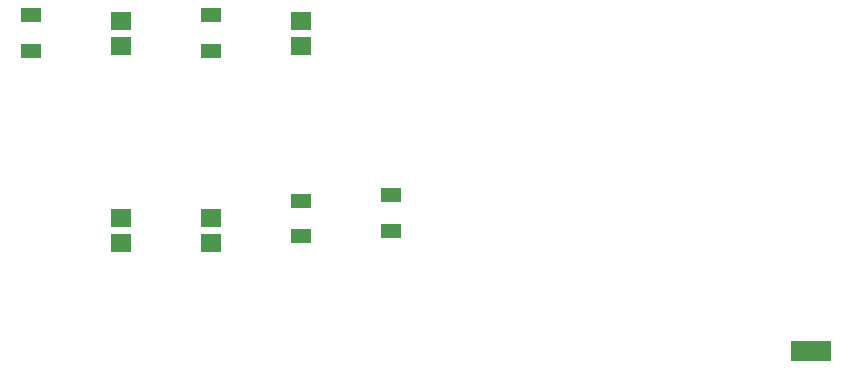
<source format=gbr>
%TF.GenerationSoftware,KiCad,Pcbnew,7.0.10*%
%TF.CreationDate,2024-01-29T13:59:38-08:00*%
%TF.ProjectId,V2_rampGen,56325f72-616d-4704-9765-6e2e6b696361,rev?*%
%TF.SameCoordinates,Original*%
%TF.FileFunction,Paste,Top*%
%TF.FilePolarity,Positive*%
%FSLAX46Y46*%
G04 Gerber Fmt 4.6, Leading zero omitted, Abs format (unit mm)*
G04 Created by KiCad (PCBNEW 7.0.10) date 2024-01-29 13:59:38*
%MOMM*%
%LPD*%
G01*
G04 APERTURE LIST*
%ADD10R,1.800000X1.150000*%
%ADD11R,1.706200X1.553950*%
%ADD12R,3.430000X1.780000*%
G04 APERTURE END LIST*
D10*
%TO.C,C3*%
X86360000Y-48260000D03*
X86360000Y-45260010D03*
%TD*%
D11*
%TO.C,C1*%
X109220000Y-45720000D03*
X109220000Y-47872240D03*
%TD*%
%TO.C,C8*%
X93980000Y-62423910D03*
X93980000Y-64576150D03*
%TD*%
%TO.C,C2*%
X93980000Y-45720000D03*
X93980000Y-47872240D03*
%TD*%
D10*
%TO.C,C4*%
X101600000Y-48260000D03*
X101600000Y-45260010D03*
%TD*%
%TO.C,C6*%
X109220000Y-63959990D03*
X109220000Y-60960000D03*
%TD*%
D12*
%TO.C,J2*%
X152400000Y-73660000D03*
%TD*%
D10*
%TO.C,C5*%
X116840000Y-63500000D03*
X116840000Y-60500010D03*
%TD*%
D11*
%TO.C,C7*%
X101600000Y-62423910D03*
X101600000Y-64576150D03*
%TD*%
M02*

</source>
